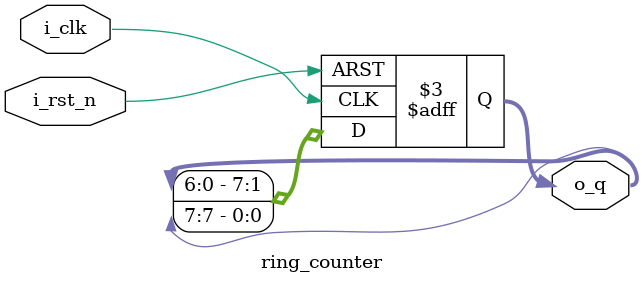
<source format=v>
module ring_counter #(
	parameter WIDTH = 8
)(
	input				i_clk,
	input				i_rst_n,
	output	reg	[WIDTH-1:0]	o_q
);
	always @(posedge i_clk or negedge i_rst_n) begin
		if(!i_rst_n)
			o_q <= 1'b1;
		else
			o_q <= {o_q[WIDTH-2:0], o_q[WIDTH-1]} ;
	end

endmodule

</source>
